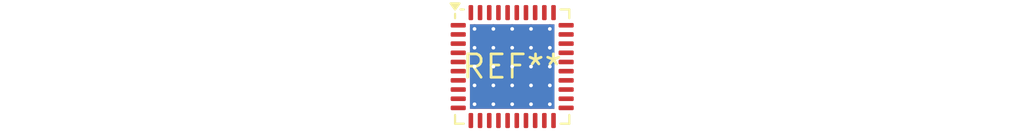
<source format=kicad_pcb>
(kicad_pcb (version 20240108) (generator pcbnew)
  (layers (0 "F.Cu" signal) (31 "B.Cu" signal) (34 "B.Paste" user) (35 "F.Paste" user) (36 "B.SilkS" user "B.Silkscreen") (37 "F.SilkS" user "F.Silkscreen") (38 "B.Mask" user) (39 "F.Mask" user) (44 "Edge.Cuts" user))
  (net 0 "")
  (footprint "QFN-40-1EP_6x6mm_P0.5mm_EP4.6x4.6mm_ThermalVias" (layer "F.Cu") (at 0 0)
    (property "Reference" "REF**")
    (property "Value" "QFN-40-1EP_6x6mm_P0.5mm_EP4.6x4.6mm_ThermalVias")
    (fp_line (start -3.11 -2.635) (end -3.11 -2.87) (layer "F.SilkS") (stroke (width 0.12)))
    (fp_line (start -3.11 3.11) (end -3.11 2.635) (layer "F.SilkS") (stroke (width 0.12)))
    (fp_line (start -2.635 -3.11) (end -2.81 -3.11) (layer "F.SilkS") (stroke (width 0.12)))
    (fp_line (start -2.635 3.11) (end -3.11 3.11) (layer "F.SilkS") (stroke (width 0.12)))
    (fp_line (start 2.635 -3.11) (end 3.11 -3.11) (layer "F.SilkS") (stroke (width 0.12)))
    (fp_line (start 2.635 3.11) (end 3.11 3.11) (layer "F.SilkS") (stroke (width 0.12)))
    (fp_line (start 3.11 -3.11) (end 3.11 -2.635) (layer "F.SilkS") (stroke (width 0.12)))
    (fp_line (start 3.11 3.11) (end 3.11 2.635) (layer "F.SilkS") (stroke (width 0.12)))
    (fp_poly (pts (xy -3.11 -3.11) (xy -3.35 -3.44) (xy -2.87 -3.44) (xy -3.11 -3.11)) (layer "F.SilkS") (stroke (width 0.12)) (fill solid))
    (pad "1" smd roundrect (at -2.9375 -2.25) (size 0.825 0.25) (layers "F.Cu" "F.Paste" "F.Mask"))
    (pad "2" smd roundrect (at -2.9375 -1.75) (size 0.825 0.25) (layers "F.Cu" "F.Paste" "F.Mask"))
    (pad "3" smd roundrect (at -2.9375 -1.25) (size 0.825 0.25) (layers "F.Cu" "F.Paste" "F.Mask"))
    (pad "4" smd roundrect (at -2.9375 -0.75) (size 0.825 0.25) (layers "F.Cu" "F.Paste" "F.Mask"))
    (pad "5" smd roundrect (at -2.9375 -0.25) (size 0.825 0.25) (layers "F.Cu" "F.Paste" "F.Mask"))
    (pad "6" smd roundrect (at -2.9375 0.25) (size 0.825 0.25) (layers "F.Cu" "F.Paste" "F.Mask"))
    (pad "7" smd roundrect (at -2.9375 0.75) (size 0.825 0.25) (layers "F.Cu" "F.Paste" "F.Mask"))
    (pad "8" smd roundrect (at -2.9375 1.25) (size 0.825 0.25) (layers "F.Cu" "F.Paste" "F.Mask"))
    (pad "9" smd roundrect (at -2.9375 1.75) (size 0.825 0.25) (layers "F.Cu" "F.Paste" "F.Mask"))
    (pad "10" smd roundrect (at -2.9375 2.25) (size 0.825 0.25) (layers "F.Cu" "F.Paste" "F.Mask"))
    (pad "11" smd roundrect (at -2.25 2.9375) (size 0.25 0.825) (layers "F.Cu" "F.Paste" "F.Mask"))
    (pad "12" smd roundrect (at -1.75 2.9375) (size 0.25 0.825) (layers "F.Cu" "F.Paste" "F.Mask"))
    (pad "13" smd roundrect (at -1.25 2.9375) (size 0.25 0.825) (layers "F.Cu" "F.Paste" "F.Mask"))
    (pad "14" smd roundrect (at -0.75 2.9375) (size 0.25 0.825) (layers "F.Cu" "F.Paste" "F.Mask"))
    (pad "15" smd roundrect (at -0.25 2.9375) (size 0.25 0.825) (layers "F.Cu" "F.Paste" "F.Mask"))
    (pad "16" smd roundrect (at 0.25 2.9375) (size 0.25 0.825) (layers "F.Cu" "F.Paste" "F.Mask"))
    (pad "17" smd roundrect (at 0.75 2.9375) (size 0.25 0.825) (layers "F.Cu" "F.Paste" "F.Mask"))
    (pad "18" smd roundrect (at 1.25 2.9375) (size 0.25 0.825) (layers "F.Cu" "F.Paste" "F.Mask"))
    (pad "19" smd roundrect (at 1.75 2.9375) (size 0.25 0.825) (layers "F.Cu" "F.Paste" "F.Mask"))
    (pad "20" smd roundrect (at 2.25 2.9375) (size 0.25 0.825) (layers "F.Cu" "F.Paste" "F.Mask"))
    (pad "21" smd roundrect (at 2.9375 2.25) (size 0.825 0.25) (layers "F.Cu" "F.Paste" "F.Mask"))
    (pad "22" smd roundrect (at 2.9375 1.75) (size 0.825 0.25) (layers "F.Cu" "F.Paste" "F.Mask"))
    (pad "23" smd roundrect (at 2.9375 1.25) (size 0.825 0.25) (layers "F.Cu" "F.Paste" "F.Mask"))
    (pad "24" smd roundrect (at 2.9375 0.75) (size 0.825 0.25) (layers "F.Cu" "F.Paste" "F.Mask"))
    (pad "25" smd roundrect (at 2.9375 0.25) (size 0.825 0.25) (layers "F.Cu" "F.Paste" "F.Mask"))
    (pad "26" smd roundrect (at 2.9375 -0.25) (size 0.825 0.25) (layers "F.Cu" "F.Paste" "F.Mask"))
    (pad "27" smd roundrect (at 2.9375 -0.75) (size 0.825 0.25) (layers "F.Cu" "F.Paste" "F.Mask"))
    (pad "28" smd roundrect (at 2.9375 -1.25) (size 0.825 0.25) (layers "F.Cu" "F.Paste" "F.Mask"))
    (pad "29" smd roundrect (at 2.9375 -1.75) (size 0.825 0.25) (layers "F.Cu" "F.Paste" "F.Mask"))
    (pad "30" smd roundrect (at 2.9375 -2.25) (size 0.825 0.25) (layers "F.Cu" "F.Paste" "F.Mask"))
    (pad "31" smd roundrect (at 2.25 -2.9375) (size 0.25 0.825) (layers "F.Cu" "F.Paste" "F.Mask"))
    (pad "32" smd roundrect (at 1.75 -2.9375) (size 0.25 0.825) (layers "F.Cu" "F.Paste" "F.Mask"))
    (pad "33" smd roundrect (at 1.25 -2.9375) (size 0.25 0.825) (layers "F.Cu" "F.Paste" "F.Mask"))
    (pad "34" smd roundrect (at 0.75 -2.9375) (size 0.25 0.825) (layers "F.Cu" "F.Paste" "F.Mask"))
    (pad "35" smd roundrect (at 0.25 -2.9375) (size 0.25 0.825) (layers "F.Cu" "F.Paste" "F.Mask"))
    (pad "36" smd roundrect (at -0.25 -2.9375) (size 0.25 0.825) (layers "F.Cu" "F.Paste" "F.Mask"))
    (pad "37" smd roundrect (at -0.75 -2.9375) (size 0.25 0.825) (layers "F.Cu" "F.Paste" "F.Mask"))
    (pad "38" smd roundrect (at -1.25 -2.9375) (size 0.25 0.825) (layers "F.Cu" "F.Paste" "F.Mask"))
    (pad "39" smd roundrect (at -1.75 -2.9375) (size 0.25 0.825) (layers "F.Cu" "F.Paste" "F.Mask"))
    (pad "40" smd roundrect (at -2.25 -2.9375) (size 0.25 0.825) (layers "F.Cu" "F.Paste" "F.Mask"))
    (pad "41" thru_hole circle (at -2.05 -2.05) (size 0.5 0.5) (drill 0.2) (property pad_prop_heatsink) (layers *.Cu) (remove_unused_layers))
    (pad "41" thru_hole circle (at -2.05 -1.025) (size 0.5 0.5) (drill 0.2) (property pad_prop_heatsink) (layers *.Cu) (remove_unused_layers))
    (pad "41" thru_hole circle (at -2.05 0) (size 0.5 0.5) (drill 0.2) (property pad_prop_heatsink) (layers *.Cu) (remove_unused_layers))
    (pad "41" thru_hole circle (at -2.05 1.025) (size 0.5 0.5) (drill 0.2) (property pad_prop_heatsink) (layers *.Cu) (remove_unused_layers))
    (pad "41" thru_hole circle (at -2.05 2.05) (size 0.5 0.5) (drill 0.2) (property pad_prop_heatsink) (layers *.Cu) (remove_unused_layers))
    (pad "41" thru_hole circle (at -1.025 -2.05) (size 0.5 0.5) (drill 0.2) (property pad_prop_heatsink) (layers *.Cu) (remove_unused_layers))
    (pad "41" thru_hole circle (at -1.025 -1.025) (size 0.5 0.5) (drill 0.2) (property pad_prop_heatsink) (layers *.Cu) (remove_unused_layers))
    (pad "41" thru_hole circle (at -1.025 0) (size 0.5 0.5) (drill 0.2) (property pad_prop_heatsink) (layers *.Cu) (remove_unused_layers))
    (pad "41" thru_hole circle (at -1.025 1.025) (size 0.5 0.5) (drill 0.2) (property pad_prop_heatsink) (layers *.Cu) (remove_unused_layers))
    (pad "41" thru_hole circle (at -1.025 2.05) (size 0.5 0.5) (drill 0.2) (property pad_prop_heatsink) (layers *.Cu) (remove_unused_layers))
    (pad "41" thru_hole circle (at 0 -2.05) (size 0.5 0.5) (drill 0.2) (property pad_prop_heatsink) (layers *.Cu) (remove_unused_layers))
    (pad "41" thru_hole circle (at 0 -1.025) (size 0.5 0.5) (drill 0.2) (property pad_prop_heatsink) (layers *.Cu) (remove_unused_layers))
    (pad "41" thru_hole circle (at 0 0) (size 0.5 0.5) (drill 0.2) (property pad_prop_heatsink) (layers *.Cu) (remove_unused_layers))
    (pad "41" smd rect (at 0 0) (size 4.6 4.6) (property pad_prop_heatsink) (layers "F.Cu" "F.Mask"))
    (pad "41" smd rect (at 0 0) (size 4.6 4.6) (property pad_prop_heatsink) (layers "B.Cu"))
    (pad "41" thru_hole circle (at 0 1.025) (size 0.5 0.5) (drill 0.2) (property pad_prop_heatsink) (layers *.Cu) (remove_unused_layers))
    (pad "41" thru_hole circle (at 0 2.05) (size 0.5 0.5) (drill 0.2) (property pad_prop_heatsink) (layers *.Cu) (remove_unused_layers))
    (pad "41" thru_hole circle (at 1.025 -2.05) (size 0.5 0.5) (drill 0.2) (property pad_prop_heatsink) (layers *.Cu) (remove_unused_layers))
    (pad "41" thru_hole circle (at 1.025 -1.025) (size 0.5 0.5) (drill 0.2) (property pad_prop_heatsink) (layers *.Cu) (remove_unused_layers))
    (pad "41" thru_hole circle (at 1.025 0) (size 0.5 0.5) (drill 0.2) (property pad_prop_heatsink) (layers *.Cu) (remove_unused_layers))
    (pad "41" thru_hole circle (at 1.025 1.025) (size 0.5 0.5) (drill 0.2) (property pad_prop_heatsink) (layers *.Cu) (remove_unused_layers))
    (pad "41" thru_hole circle (at 1.025 2.05) (size 0.5 0.5) (drill 0.2) (property pad_prop_heatsink) (layers *.Cu) (remove_unused_layers))
    (pad "41" thru_hole circle (at 2.05 -2.05) (size 0.5 0.5) (drill 0.2) (property pad_prop_heatsink) (layers *.Cu) (remove_unused_layers))
    (pad "41" thru_hole circle (at 2.05 -1.025) (size 0.5 0.5) (drill 0.2) (property pad_prop_heatsink) (layers *.Cu) (remove_unused_layers))
    (pad "41" thru_hole circle (at 2.05 0) (size 0.5 0.5) (drill 0.2) (property pad_prop_heatsink) (layers *.Cu) (remove_unused_layers))
    (pad "41" thru_hole circle (at 2.05 1.025) (size 0.5 0.5) (drill 0.2) (property pad_prop_heatsink) (layers *.Cu) (remove_unused_layers))
    (pad "41" thru_hole circle (at 2.05 2.05) (size 0.5 0.5) (drill 0.2) (property pad_prop_heatsink) (layers *.Cu) (remove_unused_layers))
  )
)
</source>
